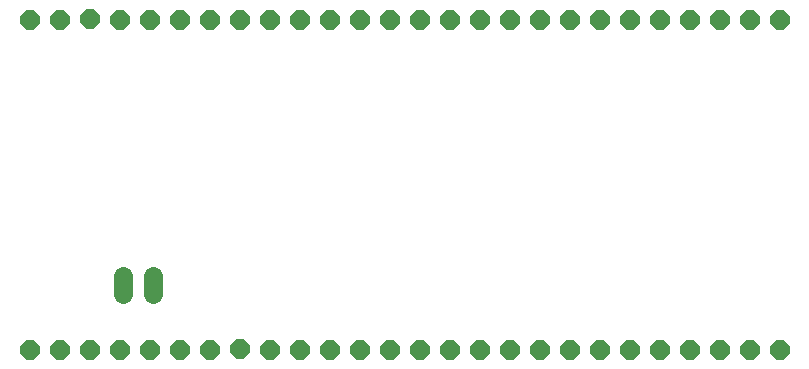
<source format=gbs>
G04 EAGLE Gerber RS-274X export*
G75*
%MOMM*%
%FSLAX34Y34*%
%LPD*%
%INBottom Solder Mask*%
%IPPOS*%
%AMOC8*
5,1,8,0,0,1.08239X$1,22.5*%
G01*
%ADD10P,1.787026X8X202.500000*%
%ADD11P,1.787026X8X22.500000*%
%ADD12P,1.787026X8X292.500000*%
%ADD13P,1.787026X8X112.500000*%
%ADD14C,1.574800*%


D10*
X647700Y393900D03*
D11*
X520854Y673239D03*
D12*
X723900Y673100D03*
X698500Y673100D03*
X673100Y673100D03*
X647700Y673100D03*
X622300Y673100D03*
X596900Y673100D03*
X571500Y673100D03*
X546100Y673100D03*
D13*
X673100Y393700D03*
X698500Y393700D03*
X723900Y393700D03*
X749300Y393700D03*
X774700Y393700D03*
X800100Y393700D03*
X825500Y393700D03*
X520700Y393700D03*
X546100Y393700D03*
X571500Y393700D03*
X596900Y393700D03*
X622300Y393700D03*
D12*
X876300Y673100D03*
X850900Y673100D03*
X825500Y673100D03*
X800100Y673100D03*
X1079500Y673100D03*
X1054100Y673100D03*
X1028700Y673100D03*
X1003300Y673100D03*
X977900Y673100D03*
X952500Y673100D03*
X927100Y673100D03*
X901700Y673100D03*
D10*
X850900Y393700D03*
X876300Y393700D03*
X774700Y673100D03*
X749300Y673100D03*
X1003300Y393700D03*
X1079500Y393700D03*
X1104900Y393700D03*
X1054100Y393700D03*
X1028700Y393700D03*
X901700Y393700D03*
X927100Y393700D03*
X952500Y393700D03*
X977900Y393700D03*
D11*
X495300Y673100D03*
X495300Y393700D03*
X469900Y393700D03*
X469900Y673100D03*
X1104900Y673100D03*
D14*
X574040Y456184D02*
X574040Y440944D01*
X548640Y440944D02*
X548640Y456184D01*
M02*

</source>
